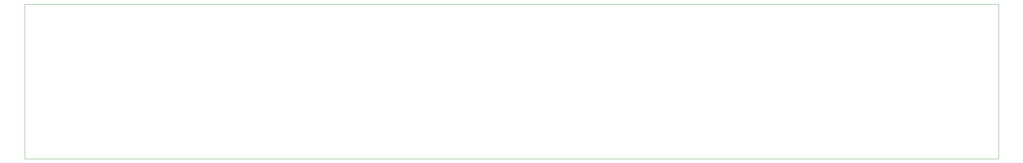
<source format=gbr>
%TF.GenerationSoftware,KiCad,Pcbnew,(6.0.5)*%
%TF.CreationDate,2022-08-04T22:32:12-04:00*%
%TF.ProjectId,effects-switcher,65666665-6374-4732-9d73-776974636865,rev?*%
%TF.SameCoordinates,Original*%
%TF.FileFunction,Profile,NP*%
%FSLAX46Y46*%
G04 Gerber Fmt 4.6, Leading zero omitted, Abs format (unit mm)*
G04 Created by KiCad (PCBNEW (6.0.5)) date 2022-08-04 22:32:12*
%MOMM*%
%LPD*%
G01*
G04 APERTURE LIST*
%TA.AperFunction,Profile*%
%ADD10C,0.100000*%
%TD*%
G04 APERTURE END LIST*
D10*
X15000Y0D02*
X257015000Y0D01*
X257015000Y0D02*
X257015000Y-41000000D01*
X257015000Y-41000000D02*
X15000Y-41000000D01*
X15000Y-41000000D02*
X15000Y0D01*
M02*

</source>
